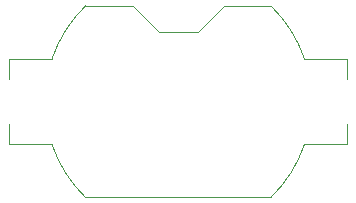
<source format=gbr>
%TF.GenerationSoftware,KiCad,Pcbnew,(5.1.9)-1*%
%TF.CreationDate,2021-08-30T23:08:19-04:00*%
%TF.ProjectId,STM32G491,53544d33-3247-4343-9931-2e6b69636164,rev?*%
%TF.SameCoordinates,Original*%
%TF.FileFunction,Legend,Bot*%
%TF.FilePolarity,Positive*%
%FSLAX46Y46*%
G04 Gerber Fmt 4.6, Leading zero omitted, Abs format (unit mm)*
G04 Created by KiCad (PCBNEW (5.1.9)-1) date 2021-08-30 23:08:19*
%MOMM*%
%LPD*%
G01*
G04 APERTURE LIST*
%ADD10C,0.120000*%
G04 APERTURE END LIST*
D10*
%TO.C,Battery1*%
X178154630Y-87961789D02*
G75*
G02*
X175308000Y-83460000I7845370J8111789D01*
G01*
X193845370Y-71738211D02*
G75*
G02*
X196692000Y-76240000I-7845370J-8111789D01*
G01*
X193845370Y-87961789D02*
G75*
G03*
X196692000Y-83460000I-7845370J8111789D01*
G01*
X178154630Y-71738211D02*
G75*
G03*
X175308000Y-76240000I7845370J-8111789D01*
G01*
X171690000Y-77950000D02*
X171690000Y-76240000D01*
X175308000Y-76240000D02*
X171690000Y-76240000D01*
X182140000Y-71740000D02*
X178152700Y-71740000D01*
X184340000Y-73940000D02*
X182140000Y-71740000D01*
X187660000Y-73940000D02*
X184340000Y-73940000D01*
X187660000Y-73940000D02*
X189860000Y-71740000D01*
X193847300Y-71740000D02*
X189860000Y-71740000D01*
X200310000Y-77950000D02*
X200310000Y-76240000D01*
X200310000Y-76240000D02*
X196692000Y-76240000D01*
X196692000Y-83460000D02*
X200310000Y-83460000D01*
X200310000Y-81750000D02*
X200310000Y-83460000D01*
X178152700Y-87960000D02*
X193847300Y-87960000D01*
X171690000Y-81750000D02*
X171690000Y-83460000D01*
X171690000Y-83460000D02*
X175308000Y-83460000D01*
%TD*%
M02*

</source>
